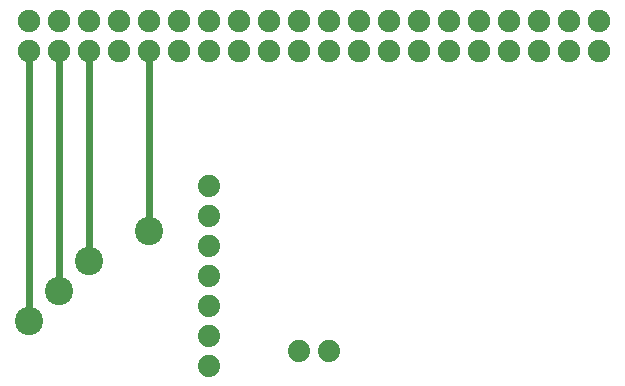
<source format=gtl>
G04 MADE WITH FRITZING*
G04 WWW.FRITZING.ORG*
G04 DOUBLE SIDED*
G04 HOLES PLATED*
G04 CONTOUR ON CENTER OF CONTOUR VECTOR*
%ASAXBY*%
%FSLAX23Y23*%
%MOIN*%
%OFA0B0*%
%SFA1.0B1.0*%
%ADD10C,0.075361*%
%ADD11C,0.074000*%
%ADD12C,0.094488*%
%ADD13C,0.024000*%
%LNCOPPER1*%
G90*
G70*
G54D10*
X92Y1223D03*
X192Y1223D03*
X292Y1223D03*
X392Y1223D03*
X492Y1223D03*
X592Y1223D03*
X692Y1223D03*
X792Y1223D03*
X892Y1223D03*
X992Y1223D03*
X1092Y1223D03*
X1192Y1223D03*
X1292Y1223D03*
X1392Y1223D03*
X1492Y1223D03*
X1592Y1223D03*
X1692Y1223D03*
X1792Y1223D03*
X1892Y1223D03*
X1992Y1223D03*
X1992Y1323D03*
X1892Y1323D03*
X1792Y1323D03*
X1692Y1323D03*
X1592Y1323D03*
X1492Y1323D03*
X1392Y1323D03*
X1292Y1323D03*
X1192Y1323D03*
X1092Y1323D03*
X992Y1323D03*
X892Y1323D03*
X792Y1323D03*
X692Y1323D03*
X592Y1323D03*
X492Y1323D03*
X392Y1323D03*
X292Y1323D03*
X192Y1323D03*
X92Y1323D03*
G54D11*
X992Y223D03*
X692Y573D03*
X692Y673D03*
X692Y773D03*
X692Y173D03*
X692Y273D03*
X692Y373D03*
X692Y473D03*
X1092Y223D03*
G54D12*
X492Y623D03*
X292Y523D03*
X92Y323D03*
X192Y423D03*
G54D13*
X492Y650D02*
X492Y1191D01*
D02*
X292Y550D02*
X292Y1191D01*
D02*
X91Y1124D02*
X92Y1191D01*
D02*
X92Y350D02*
X91Y1124D01*
D02*
X192Y450D02*
X192Y1191D01*
G04 End of Copper1*
M02*
</source>
